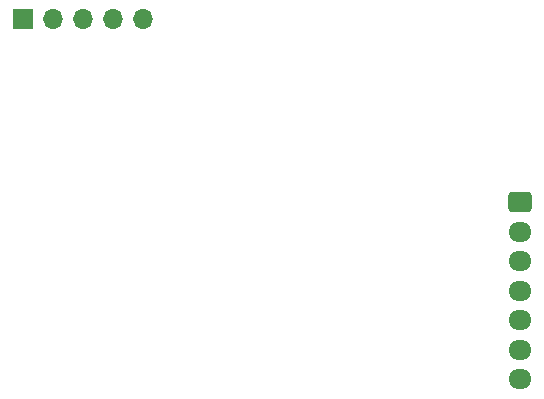
<source format=gbs>
G04 #@! TF.GenerationSoftware,KiCad,Pcbnew,(6.0.9)*
G04 #@! TF.CreationDate,2023-02-25T19:24:10-07:00*
G04 #@! TF.ProjectId,AutoDischarger,4175746f-4469-4736-9368-61726765722e,rev?*
G04 #@! TF.SameCoordinates,Original*
G04 #@! TF.FileFunction,Soldermask,Bot*
G04 #@! TF.FilePolarity,Negative*
%FSLAX46Y46*%
G04 Gerber Fmt 4.6, Leading zero omitted, Abs format (unit mm)*
G04 Created by KiCad (PCBNEW (6.0.9)) date 2023-02-25 19:24:10*
%MOMM*%
%LPD*%
G01*
G04 APERTURE LIST*
G04 Aperture macros list*
%AMRoundRect*
0 Rectangle with rounded corners*
0 $1 Rounding radius*
0 $2 $3 $4 $5 $6 $7 $8 $9 X,Y pos of 4 corners*
0 Add a 4 corners polygon primitive as box body*
4,1,4,$2,$3,$4,$5,$6,$7,$8,$9,$2,$3,0*
0 Add four circle primitives for the rounded corners*
1,1,$1+$1,$2,$3*
1,1,$1+$1,$4,$5*
1,1,$1+$1,$6,$7*
1,1,$1+$1,$8,$9*
0 Add four rect primitives between the rounded corners*
20,1,$1+$1,$2,$3,$4,$5,0*
20,1,$1+$1,$4,$5,$6,$7,0*
20,1,$1+$1,$6,$7,$8,$9,0*
20,1,$1+$1,$8,$9,$2,$3,0*%
G04 Aperture macros list end*
%ADD10R,1.700000X1.700000*%
%ADD11O,1.700000X1.700000*%
%ADD12RoundRect,0.250000X-0.725000X0.600000X-0.725000X-0.600000X0.725000X-0.600000X0.725000X0.600000X0*%
%ADD13O,1.950000X1.700000*%
G04 APERTURE END LIST*
D10*
X110925000Y-89000000D03*
D11*
X113465000Y-89000000D03*
X116005000Y-89000000D03*
X118545000Y-89000000D03*
X121085000Y-89000000D03*
D12*
X153000000Y-104500000D03*
D13*
X153000000Y-107000000D03*
X153000000Y-109500000D03*
X153000000Y-112000000D03*
X153000000Y-114500000D03*
X153000000Y-117000000D03*
X153000000Y-119500000D03*
M02*

</source>
